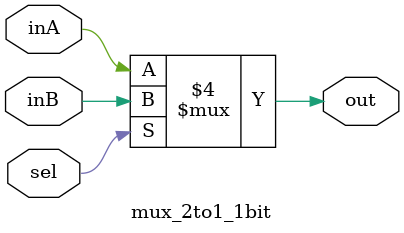
<source format=v>
`timescale 1ns / 1ps


module mux_2to1_1bit(out, inA, inB, sel);

	output   out;

	input    inA;
	input    inB;
	input    sel;
	reg out;
	/* Fill in the implementation here ... */ 
	always@(inA,inB,sel) begin
		if (sel == 0) begin
			out <= inA;
		end
		else begin
			out <= inB;
		end
	end


endmodule

</source>
